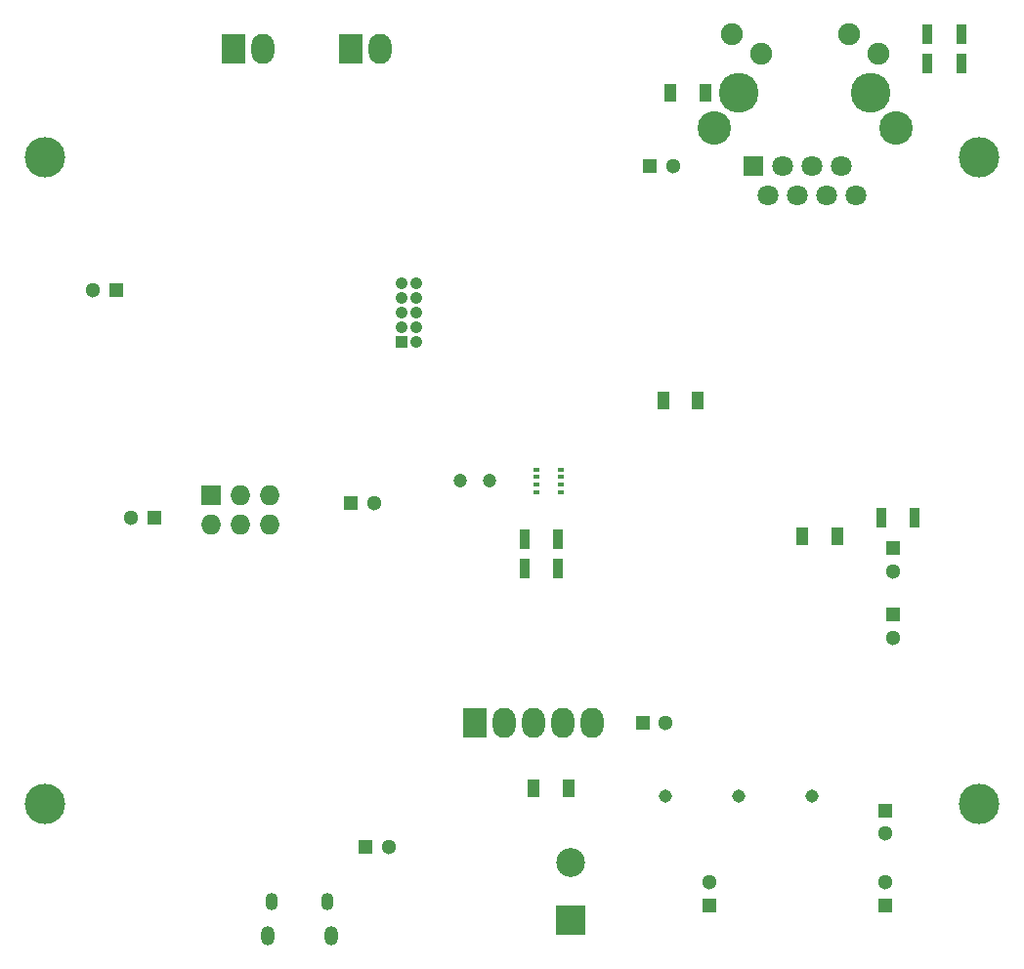
<source format=gbr>
G04 #@! TF.FileFunction,Soldermask,Top*
%FSLAX46Y46*%
G04 Gerber Fmt 4.6, Leading zero omitted, Abs format (unit mm)*
G04 Created by KiCad (PCBNEW 4.0.2+dfsg1-stable) date Wed 21 Jun 2017 09:22:51 BST*
%MOMM*%
G01*
G04 APERTURE LIST*
%ADD10C,0.100000*%
%ADD11C,1.800000*%
%ADD12R,1.800000X1.800000*%
%ADD13C,2.900000*%
%ADD14C,1.900000*%
%ADD15C,3.450000*%
%ADD16R,1.300000X1.300000*%
%ADD17C,1.300000*%
%ADD18R,1.000000X1.600000*%
%ADD19R,2.000000X2.600000*%
%ADD20O,2.000000X2.600000*%
%ADD21O,1.100000X1.500000*%
%ADD22O,1.200000X1.700000*%
%ADD23R,1.727200X1.727200*%
%ADD24O,1.727200X1.727200*%
%ADD25R,1.050000X1.050000*%
%ADD26C,1.050000*%
%ADD27C,1.200000*%
%ADD28R,2.500000X2.500000*%
%ADD29C,2.500000*%
%ADD30R,0.900000X1.700000*%
%ADD31R,0.500000X0.350000*%
%ADD32C,1.143000*%
%ADD33C,3.500000*%
G04 APERTURE END LIST*
D10*
D11*
X186690000Y-76200000D03*
X185420000Y-73660000D03*
X184150000Y-76200000D03*
X182880000Y-73660000D03*
X181610000Y-76200000D03*
X180340000Y-73660000D03*
X179070000Y-76200000D03*
D12*
X177800000Y-73660000D03*
D13*
X174370000Y-70360000D03*
X190120000Y-70360000D03*
D14*
X188570000Y-63930000D03*
X175920000Y-62230000D03*
X178460000Y-63930000D03*
X186030000Y-62230000D03*
D15*
X187960000Y-67310000D03*
X176530000Y-67310000D03*
D16*
X144145000Y-132715000D03*
D17*
X146145000Y-132715000D03*
D16*
X142875000Y-102870000D03*
D17*
X144875000Y-102870000D03*
D16*
X125825000Y-104140000D03*
D17*
X123825000Y-104140000D03*
D16*
X122555000Y-84455000D03*
D17*
X120555000Y-84455000D03*
D16*
X168815000Y-73660000D03*
D17*
X170815000Y-73660000D03*
D18*
X172950000Y-93980000D03*
X169950000Y-93980000D03*
D16*
X189865000Y-112554000D03*
D17*
X189865000Y-114554000D03*
D18*
X182015000Y-105791000D03*
X185015000Y-105791000D03*
D16*
X189865000Y-106807000D03*
D17*
X189865000Y-108807000D03*
D18*
X170585000Y-67310000D03*
X173585000Y-67310000D03*
D16*
X168180000Y-121920000D03*
D17*
X170180000Y-121920000D03*
D18*
X161750000Y-127635000D03*
X158750000Y-127635000D03*
D16*
X173990000Y-137795000D03*
D17*
X173990000Y-135795000D03*
D16*
X189230000Y-137795000D03*
D17*
X189230000Y-135795000D03*
D16*
X189230000Y-129540000D03*
D17*
X189230000Y-131540000D03*
D19*
X132715000Y-63500000D03*
D20*
X135255000Y-63500000D03*
D19*
X142875000Y-63500000D03*
D20*
X145415000Y-63500000D03*
D21*
X140855000Y-137440000D03*
X136005000Y-137440000D03*
D22*
X141155000Y-140440000D03*
X135705000Y-140440000D03*
D23*
X130810000Y-102235000D03*
D24*
X130810000Y-104775000D03*
X133350000Y-102235000D03*
X133350000Y-104775000D03*
X135890000Y-102235000D03*
X135890000Y-104775000D03*
D25*
X147320000Y-88900000D03*
D26*
X147320000Y-87630000D03*
X147320000Y-86360000D03*
X147320000Y-85090000D03*
X147320000Y-83820000D03*
X148590000Y-87630000D03*
X148590000Y-86360000D03*
X148590000Y-85090000D03*
X148590000Y-83820000D03*
X148590000Y-88900000D03*
D27*
X152400000Y-100965000D03*
X154940000Y-100965000D03*
D19*
X153670000Y-121920000D03*
D20*
X156210000Y-121920000D03*
X158750000Y-121920000D03*
X161290000Y-121920000D03*
X163830000Y-121920000D03*
D28*
X161925000Y-139065000D03*
D29*
X161925000Y-134065000D03*
D30*
X188870000Y-104140000D03*
X191770000Y-104140000D03*
X192860000Y-62230000D03*
X195760000Y-62230000D03*
X192860000Y-64770000D03*
X195760000Y-64770000D03*
X157935000Y-106045000D03*
X160835000Y-106045000D03*
X157935000Y-108585000D03*
X160835000Y-108585000D03*
D31*
X158995000Y-99990000D03*
X161045000Y-99990000D03*
X158995000Y-100640000D03*
X161045000Y-100640000D03*
X158995000Y-101290000D03*
X161045000Y-101290000D03*
X158995000Y-101940000D03*
X161045000Y-101940000D03*
D32*
X170180000Y-128270000D03*
X182880000Y-128270000D03*
X176530000Y-128270000D03*
D33*
X116345000Y-72965000D03*
X197345000Y-72965000D03*
X197345000Y-128965000D03*
X116345000Y-128965000D03*
M02*

</source>
